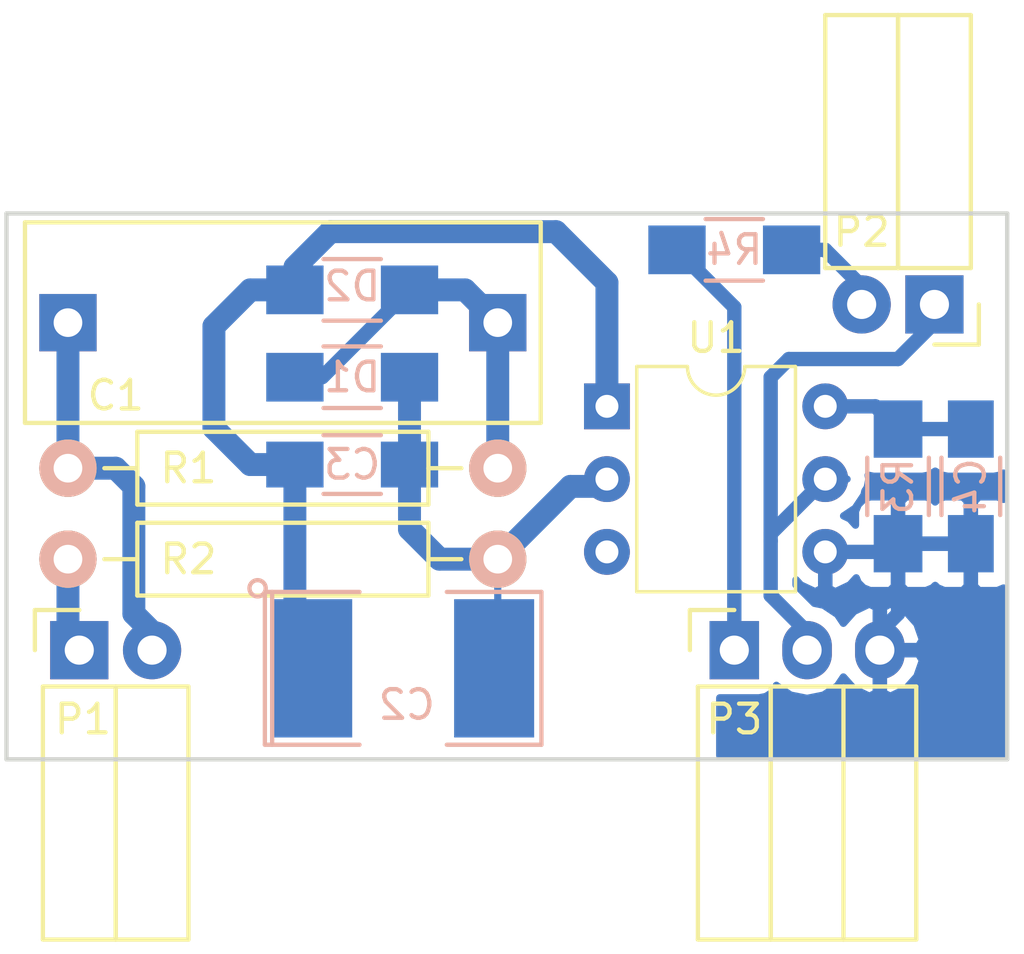
<source format=kicad_pcb>
(kicad_pcb (version 4) (host pcbnew 4.0.5)

  (general
    (links 22)
    (no_connects 0)
    (area 122.479999 90.729999 157.555001 109.930001)
    (thickness 1.6)
    (drawings 8)
    (tracks 64)
    (zones 0)
    (modules 14)
    (nets 11)
  )

  (page A4)
  (layers
    (0 F.Cu signal)
    (31 B.Cu signal)
    (32 B.Adhes user)
    (33 F.Adhes user)
    (34 B.Paste user)
    (35 F.Paste user)
    (36 B.SilkS user)
    (37 F.SilkS user)
    (38 B.Mask user)
    (39 F.Mask user)
    (40 Dwgs.User user)
    (41 Cmts.User user)
    (42 Eco1.User user)
    (43 Eco2.User user)
    (44 Edge.Cuts user)
    (45 Margin user)
    (46 B.CrtYd user)
    (47 F.CrtYd user)
    (48 B.Fab user)
    (49 F.Fab user)
  )

  (setup
    (last_trace_width 0.5)
    (user_trace_width 0.5)
    (user_trace_width 0.8)
    (user_trace_width 1)
    (trace_clearance 0.2)
    (zone_clearance 0.508)
    (zone_45_only no)
    (trace_min 0.2)
    (segment_width 0.2)
    (edge_width 0.15)
    (via_size 0.6)
    (via_drill 0.4)
    (via_min_size 0.4)
    (via_min_drill 0.3)
    (uvia_size 0.3)
    (uvia_drill 0.1)
    (uvias_allowed no)
    (uvia_min_size 0.2)
    (uvia_min_drill 0.1)
    (pcb_text_width 0.3)
    (pcb_text_size 1.5 1.5)
    (mod_edge_width 0.15)
    (mod_text_size 1 1)
    (mod_text_width 0.15)
    (pad_size 2 2)
    (pad_drill 1)
    (pad_to_mask_clearance 0.2)
    (aux_axis_origin 0 0)
    (visible_elements 7FFFFFFF)
    (pcbplotparams
      (layerselection 0x00030_80000001)
      (usegerberextensions false)
      (excludeedgelayer true)
      (linewidth 0.100000)
      (plotframeref false)
      (viasonmask false)
      (mode 1)
      (useauxorigin false)
      (hpglpennumber 1)
      (hpglpenspeed 20)
      (hpglpendiameter 15)
      (hpglpenoverlay 2)
      (psnegative false)
      (psa4output false)
      (plotreference true)
      (plotvalue true)
      (plotinvisibletext false)
      (padsonsilk false)
      (subtractmaskfromsilk false)
      (outputformat 1)
      (mirror false)
      (drillshape 1)
      (scaleselection 1)
      (outputdirectory ""))
  )

  (net 0 "")
  (net 1 "Net-(C1-Pad1)")
  (net 2 "Net-(C1-Pad2)")
  (net 3 "Net-(C2-Pad2)")
  (net 4 "Net-(C2-Pad1)")
  (net 5 "Net-(C4-Pad1)")
  (net 6 "Net-(C4-Pad2)")
  (net 7 "Net-(P1-Pad2)")
  (net 8 "Net-(P2-Pad1)")
  (net 9 "Net-(P2-Pad2)")
  (net 10 "Net-(P3-Pad1)")

  (net_class Default "Это класс цепей по умолчанию."
    (clearance 0.2)
    (trace_width 0.25)
    (via_dia 0.6)
    (via_drill 0.4)
    (uvia_dia 0.3)
    (uvia_drill 0.1)
    (add_net "Net-(C1-Pad1)")
    (add_net "Net-(C1-Pad2)")
    (add_net "Net-(C2-Pad1)")
    (add_net "Net-(C2-Pad2)")
    (add_net "Net-(C4-Pad1)")
    (add_net "Net-(C4-Pad2)")
    (add_net "Net-(P1-Pad2)")
    (add_net "Net-(P2-Pad1)")
    (add_net "Net-(P2-Pad2)")
    (add_net "Net-(P3-Pad1)")
  )

  (module Capacitors_THT:C_Rect_L18_W7_P15 (layer F.Cu) (tedit 588E4DB0) (tstamp 58727D62)
    (at 139.7 94.615 180)
    (descr "Film Capacitor Length 18mm x Width 7mm, Pitch 15mm")
    (tags Capacitor)
    (path /587226CD)
    (fp_text reference C1 (at 13.335 -2.54 180) (layer F.SilkS)
      (effects (font (size 1 1) (thickness 0.15)))
    )
    (fp_text value 0.15uF (at 13.97 2.54 180) (layer F.Fab)
      (effects (font (size 1 1) (thickness 0.15)))
    )
    (fp_line (start -1.75 -3.75) (end 16.75 -3.75) (layer F.CrtYd) (width 0.05))
    (fp_line (start 16.75 -3.75) (end 16.75 3.75) (layer F.CrtYd) (width 0.05))
    (fp_line (start 16.75 3.75) (end -1.75 3.75) (layer F.CrtYd) (width 0.05))
    (fp_line (start -1.75 3.75) (end -1.75 -3.75) (layer F.CrtYd) (width 0.05))
    (fp_line (start -1.5 -3.5) (end 16.5 -3.5) (layer F.SilkS) (width 0.15))
    (fp_line (start 16.5 -3.5) (end 16.5 3.5) (layer F.SilkS) (width 0.15))
    (fp_line (start 16.5 3.5) (end -1.5 3.5) (layer F.SilkS) (width 0.15))
    (fp_line (start -1.5 3.5) (end -1.5 -3.5) (layer F.SilkS) (width 0.15))
    (pad 1 thru_hole rect (at 0 0 180) (size 2 2) (drill 1) (layers *.Cu *.Mask)
      (net 1 "Net-(C1-Pad1)"))
    (pad 2 thru_hole rect (at 15 0 180) (size 2 2) (drill 1) (layers *.Cu *.Mask)
      (net 2 "Net-(C1-Pad2)"))
  )

  (module SMD_Packages:SMD-2112_Pol (layer B.Cu) (tedit 588E4E12) (tstamp 58727D68)
    (at 136.398 106.68)
    (path /58722854)
    (attr smd)
    (fp_text reference C2 (at 0.127 1.27) (layer B.SilkS)
      (effects (font (size 1 1) (thickness 0.15)) (justify mirror))
    )
    (fp_text value 10,0 (at 0.127 -1.27) (layer B.Fab) hide
      (effects (font (size 1 1) (thickness 0.15)) (justify mirror))
    )
    (fp_circle (center -5.08 -2.794) (end -4.826 -2.667) (layer B.SilkS) (width 0.15))
    (fp_line (start -4.572 2.667) (end -4.572 -2.667) (layer B.SilkS) (width 0.15))
    (fp_line (start -4.826 2.667) (end -4.826 -2.667) (layer B.SilkS) (width 0.15))
    (fp_line (start -1.524 -2.667) (end -4.826 -2.667) (layer B.SilkS) (width 0.15))
    (fp_line (start -1.524 2.667) (end -4.826 2.667) (layer B.SilkS) (width 0.15))
    (fp_line (start 1.524 2.667) (end 4.826 2.667) (layer B.SilkS) (width 0.15))
    (fp_line (start 4.826 2.667) (end 4.826 -2.667) (layer B.SilkS) (width 0.15))
    (fp_line (start 4.826 -2.667) (end 1.524 -2.667) (layer B.SilkS) (width 0.15))
    (pad 2 smd rect (at 3.175 0) (size 2.794 4.826) (layers B.Cu B.Paste B.Mask)
      (net 3 "Net-(C2-Pad2)"))
    (pad 1 smd rect (at -3.175 0) (size 2.794 4.826) (layers B.Cu B.Paste B.Mask)
      (net 4 "Net-(C2-Pad1)"))
    (model SMD_Packages.3dshapes/SMD-2112_Pol.wrl
      (at (xyz 0 0 0))
      (scale (xyz 0.3 0.4 0.4))
      (rotate (xyz 0 0 0))
    )
  )

  (module Capacitors_SMD:C_1206_HandSoldering (layer B.Cu) (tedit 588E4E23) (tstamp 58727D6E)
    (at 134.62 99.568)
    (descr "Capacitor SMD 1206, hand soldering")
    (tags "capacitor 1206")
    (path /587228A9)
    (attr smd)
    (fp_text reference C3 (at 0 0) (layer B.SilkS)
      (effects (font (size 1 1) (thickness 0.15)) (justify mirror))
    )
    (fp_text value 0,1 (at 3.175 0.762) (layer B.Fab) hide
      (effects (font (size 1 1) (thickness 0.15)) (justify mirror))
    )
    (fp_line (start -1.6 -0.8) (end -1.6 0.8) (layer B.Fab) (width 0.15))
    (fp_line (start 1.6 -0.8) (end -1.6 -0.8) (layer B.Fab) (width 0.15))
    (fp_line (start 1.6 0.8) (end 1.6 -0.8) (layer B.Fab) (width 0.15))
    (fp_line (start -1.6 0.8) (end 1.6 0.8) (layer B.Fab) (width 0.15))
    (fp_line (start -3.3 1.15) (end 3.3 1.15) (layer B.CrtYd) (width 0.05))
    (fp_line (start -3.3 -1.15) (end 3.3 -1.15) (layer B.CrtYd) (width 0.05))
    (fp_line (start -3.3 1.15) (end -3.3 -1.15) (layer B.CrtYd) (width 0.05))
    (fp_line (start 3.3 1.15) (end 3.3 -1.15) (layer B.CrtYd) (width 0.05))
    (fp_line (start 1 1.025) (end -1 1.025) (layer B.SilkS) (width 0.15))
    (fp_line (start -1 -1.025) (end 1 -1.025) (layer B.SilkS) (width 0.15))
    (pad 1 smd rect (at -2 0) (size 2 1.6) (layers B.Cu B.Paste B.Mask)
      (net 4 "Net-(C2-Pad1)"))
    (pad 2 smd rect (at 2 0) (size 2 1.6) (layers B.Cu B.Paste B.Mask)
      (net 3 "Net-(C2-Pad2)"))
    (model Capacitors_SMD.3dshapes/C_1206_HandSoldering.wrl
      (at (xyz 0 0 0))
      (scale (xyz 1 1 1))
      (rotate (xyz 0 0 0))
    )
  )

  (module Capacitors_SMD:C_1206_HandSoldering (layer B.Cu) (tedit 5872C7E4) (tstamp 58727D74)
    (at 156.21 100.33 270)
    (descr "Capacitor SMD 1206, hand soldering")
    (tags "capacitor 1206")
    (path /587232CE)
    (attr smd)
    (fp_text reference C4 (at 0 0 270) (layer B.SilkS)
      (effects (font (size 1 1) (thickness 0.15)) (justify mirror))
    )
    (fp_text value 100pf (at 5.715 0 270) (layer B.Fab) hide
      (effects (font (size 1 1) (thickness 0.15)) (justify mirror))
    )
    (fp_line (start -1.6 -0.8) (end -1.6 0.8) (layer B.Fab) (width 0.15))
    (fp_line (start 1.6 -0.8) (end -1.6 -0.8) (layer B.Fab) (width 0.15))
    (fp_line (start 1.6 0.8) (end 1.6 -0.8) (layer B.Fab) (width 0.15))
    (fp_line (start -1.6 0.8) (end 1.6 0.8) (layer B.Fab) (width 0.15))
    (fp_line (start -3.3 1.15) (end 3.3 1.15) (layer B.CrtYd) (width 0.05))
    (fp_line (start -3.3 -1.15) (end 3.3 -1.15) (layer B.CrtYd) (width 0.05))
    (fp_line (start -3.3 1.15) (end -3.3 -1.15) (layer B.CrtYd) (width 0.05))
    (fp_line (start 3.3 1.15) (end 3.3 -1.15) (layer B.CrtYd) (width 0.05))
    (fp_line (start 1 1.025) (end -1 1.025) (layer B.SilkS) (width 0.15))
    (fp_line (start -1 -1.025) (end 1 -1.025) (layer B.SilkS) (width 0.15))
    (pad 1 smd rect (at -2 0 270) (size 2 1.6) (layers B.Cu B.Paste B.Mask)
      (net 5 "Net-(C4-Pad1)"))
    (pad 2 smd rect (at 2 0 270) (size 2 1.6) (layers B.Cu B.Paste B.Mask)
      (net 6 "Net-(C4-Pad2)"))
    (model Capacitors_SMD.3dshapes/C_1206_HandSoldering.wrl
      (at (xyz 0 0 0))
      (scale (xyz 1 1 1))
      (rotate (xyz 0 0 0))
    )
  )

  (module Socket_Strips:Socket_Strip_Angled_1x02 (layer F.Cu) (tedit 5872C6F6) (tstamp 58727D86)
    (at 125.095 106.045)
    (descr "Through hole socket strip")
    (tags "socket strip")
    (path /58722A38)
    (fp_text reference P1 (at 0.127 2.413) (layer F.SilkS)
      (effects (font (size 1 1) (thickness 0.15)))
    )
    (fp_text value In (at 2.667 2.413) (layer F.Fab)
      (effects (font (size 1 1) (thickness 0.15)))
    )
    (fp_line (start -1.75 -1.5) (end -1.75 10.6) (layer F.CrtYd) (width 0.05))
    (fp_line (start 4.3 -1.5) (end 4.3 10.6) (layer F.CrtYd) (width 0.05))
    (fp_line (start -1.75 -1.5) (end 4.3 -1.5) (layer F.CrtYd) (width 0.05))
    (fp_line (start -1.75 10.6) (end 4.3 10.6) (layer F.CrtYd) (width 0.05))
    (fp_line (start 3.81 10.1) (end 3.81 1.27) (layer F.SilkS) (width 0.15))
    (fp_line (start 1.27 10.1) (end 3.81 10.1) (layer F.SilkS) (width 0.15))
    (fp_line (start 1.27 1.27) (end 1.27 10.1) (layer F.SilkS) (width 0.15))
    (fp_line (start 1.27 1.27) (end 3.81 1.27) (layer F.SilkS) (width 0.15))
    (fp_line (start -1.27 1.27) (end 1.27 1.27) (layer F.SilkS) (width 0.15))
    (fp_line (start 0 -1.4) (end -1.55 -1.4) (layer F.SilkS) (width 0.15))
    (fp_line (start -1.55 -1.4) (end -1.55 0) (layer F.SilkS) (width 0.15))
    (fp_line (start -1.27 1.27) (end -1.27 10.1) (layer F.SilkS) (width 0.15))
    (fp_line (start -1.27 10.1) (end 1.27 10.1) (layer F.SilkS) (width 0.15))
    (fp_line (start 1.27 10.1) (end 1.27 1.27) (layer F.SilkS) (width 0.15))
    (pad 1 thru_hole rect (at 0 0) (size 2.032 2.032) (drill 1.016) (layers *.Cu *.Mask)
      (net 7 "Net-(P1-Pad2)"))
    (pad 2 thru_hole oval (at 2.54 0) (size 2.032 2.032) (drill 1.016) (layers *.Cu *.Mask)
      (net 2 "Net-(C1-Pad2)"))
    (model Socket_Strips.3dshapes/Socket_Strip_Angled_1x02.wrl
      (at (xyz 0.05 0 0))
      (scale (xyz 1 1 1))
      (rotate (xyz 0 0 180))
    )
  )

  (module Socket_Strips:Socket_Strip_Angled_1x02 (layer F.Cu) (tedit 5872C530) (tstamp 58727D8C)
    (at 154.94 93.98 180)
    (descr "Through hole socket strip")
    (tags "socket strip")
    (path /58722BF7)
    (fp_text reference P2 (at 2.54 2.54 180) (layer F.SilkS)
      (effects (font (size 1 1) (thickness 0.15)))
    )
    (fp_text value Led (at 0 2.54 180) (layer F.Fab)
      (effects (font (size 1 1) (thickness 0.15)))
    )
    (fp_line (start -1.75 -1.5) (end -1.75 10.6) (layer F.CrtYd) (width 0.05))
    (fp_line (start 4.3 -1.5) (end 4.3 10.6) (layer F.CrtYd) (width 0.05))
    (fp_line (start -1.75 -1.5) (end 4.3 -1.5) (layer F.CrtYd) (width 0.05))
    (fp_line (start -1.75 10.6) (end 4.3 10.6) (layer F.CrtYd) (width 0.05))
    (fp_line (start 3.81 10.1) (end 3.81 1.27) (layer F.SilkS) (width 0.15))
    (fp_line (start 1.27 10.1) (end 3.81 10.1) (layer F.SilkS) (width 0.15))
    (fp_line (start 1.27 1.27) (end 1.27 10.1) (layer F.SilkS) (width 0.15))
    (fp_line (start 1.27 1.27) (end 3.81 1.27) (layer F.SilkS) (width 0.15))
    (fp_line (start -1.27 1.27) (end 1.27 1.27) (layer F.SilkS) (width 0.15))
    (fp_line (start 0 -1.4) (end -1.55 -1.4) (layer F.SilkS) (width 0.15))
    (fp_line (start -1.55 -1.4) (end -1.55 0) (layer F.SilkS) (width 0.15))
    (fp_line (start -1.27 1.27) (end -1.27 10.1) (layer F.SilkS) (width 0.15))
    (fp_line (start -1.27 10.1) (end 1.27 10.1) (layer F.SilkS) (width 0.15))
    (fp_line (start 1.27 10.1) (end 1.27 1.27) (layer F.SilkS) (width 0.15))
    (pad 1 thru_hole rect (at 0 0 180) (size 2.032 2.032) (drill 1.016) (layers *.Cu *.Mask)
      (net 8 "Net-(P2-Pad1)"))
    (pad 2 thru_hole oval (at 2.54 0 180) (size 2.032 2.032) (drill 1.016) (layers *.Cu *.Mask)
      (net 9 "Net-(P2-Pad2)"))
    (model Socket_Strips.3dshapes/Socket_Strip_Angled_1x02.wrl
      (at (xyz 0.05 0 0))
      (scale (xyz 1 1 1))
      (rotate (xyz 0 0 180))
    )
  )

  (module Socket_Strips:Socket_Strip_Angled_1x03 (layer F.Cu) (tedit 5872C3B9) (tstamp 58727D93)
    (at 147.955 106.045)
    (descr "Through hole socket strip")
    (tags "socket strip")
    (path /58722B6A)
    (fp_text reference P3 (at 0 2.413) (layer F.SilkS)
      (effects (font (size 1 1) (thickness 0.15)))
    )
    (fp_text value Out (at 2.54 2.413) (layer F.Fab)
      (effects (font (size 1 1) (thickness 0.15)))
    )
    (fp_line (start -1.75 -1.5) (end -1.75 10.6) (layer F.CrtYd) (width 0.05))
    (fp_line (start 6.85 -1.5) (end 6.85 10.6) (layer F.CrtYd) (width 0.05))
    (fp_line (start -1.75 -1.5) (end 6.85 -1.5) (layer F.CrtYd) (width 0.05))
    (fp_line (start -1.75 10.6) (end 6.85 10.6) (layer F.CrtYd) (width 0.05))
    (fp_line (start 3.81 1.27) (end 6.35 1.27) (layer F.SilkS) (width 0.15))
    (fp_line (start 3.81 10.1) (end 6.35 10.1) (layer F.SilkS) (width 0.15))
    (fp_line (start 6.35 10.1) (end 6.35 1.27) (layer F.SilkS) (width 0.15))
    (fp_line (start 3.81 10.1) (end 3.81 1.27) (layer F.SilkS) (width 0.15))
    (fp_line (start 1.27 10.1) (end 3.81 10.1) (layer F.SilkS) (width 0.15))
    (fp_line (start 1.27 1.27) (end 1.27 10.1) (layer F.SilkS) (width 0.15))
    (fp_line (start 1.27 1.27) (end 3.81 1.27) (layer F.SilkS) (width 0.15))
    (fp_line (start -1.27 1.27) (end 1.27 1.27) (layer F.SilkS) (width 0.15))
    (fp_line (start 0 -1.4) (end -1.55 -1.4) (layer F.SilkS) (width 0.15))
    (fp_line (start -1.55 -1.4) (end -1.55 0) (layer F.SilkS) (width 0.15))
    (fp_line (start -1.27 1.27) (end -1.27 10.1) (layer F.SilkS) (width 0.15))
    (fp_line (start -1.27 10.1) (end 1.27 10.1) (layer F.SilkS) (width 0.15))
    (fp_line (start 1.27 10.1) (end 1.27 1.27) (layer F.SilkS) (width 0.15))
    (pad 1 thru_hole rect (at 0 0) (size 1.7272 2.032) (drill 1.016) (layers *.Cu *.Mask)
      (net 10 "Net-(P3-Pad1)"))
    (pad 2 thru_hole oval (at 2.54 0) (size 1.7272 2.032) (drill 1.016) (layers *.Cu *.Mask)
      (net 8 "Net-(P2-Pad1)"))
    (pad 3 thru_hole oval (at 5.08 0) (size 1.7272 2.032) (drill 1.016) (layers *.Cu *.Mask)
      (net 6 "Net-(C4-Pad2)"))
    (model Socket_Strips.3dshapes/Socket_Strip_Angled_1x03.wrl
      (at (xyz 0.1 0 0))
      (scale (xyz 1 1 1))
      (rotate (xyz 0 0 180))
    )
  )

  (module Resistors_THT:Resistor_Horizontal_RM15mm (layer F.Cu) (tedit 588E4E2B) (tstamp 58727D99)
    (at 139.7 99.695 180)
    (descr "Resistor, Axial, RM 15mm,")
    (tags "Resistor Axial RM 15mm")
    (path /58722739)
    (fp_text reference R1 (at 10.795 0 180) (layer F.SilkS)
      (effects (font (size 1 1) (thickness 0.15)))
    )
    (fp_text value 3m (at 8.255 0 180) (layer F.Fab) hide
      (effects (font (size 1 1) (thickness 0.15)))
    )
    (fp_line (start -1.25 1.5) (end -1.25 -1.5) (layer F.CrtYd) (width 0.05))
    (fp_line (start -1.25 -1.5) (end 16.25 -1.5) (layer F.CrtYd) (width 0.05))
    (fp_line (start 16.25 -1.5) (end 16.25 1.5) (layer F.CrtYd) (width 0.05))
    (fp_line (start 16.25 1.5) (end -1.25 1.5) (layer F.CrtYd) (width 0.05))
    (fp_line (start 2.42 -1.27) (end 2.42 1.27) (layer F.SilkS) (width 0.15))
    (fp_line (start 2.42 1.27) (end 12.58 1.27) (layer F.SilkS) (width 0.15))
    (fp_line (start 12.58 1.27) (end 12.58 -1.27) (layer F.SilkS) (width 0.15))
    (fp_line (start 12.58 -1.27) (end 2.42 -1.27) (layer F.SilkS) (width 0.15))
    (fp_line (start 13.73 0) (end 12.58 0) (layer F.SilkS) (width 0.15))
    (fp_line (start 1.27 0) (end 2.42 0) (layer F.SilkS) (width 0.15))
    (pad 1 thru_hole circle (at 0 0 180) (size 1.99898 1.99898) (drill 1.00076) (layers *.Cu *.SilkS *.Mask)
      (net 1 "Net-(C1-Pad1)"))
    (pad 2 thru_hole circle (at 15 0 180) (size 1.99898 1.99898) (drill 1.00076) (layers *.Cu *.SilkS *.Mask)
      (net 2 "Net-(C1-Pad2)"))
    (model Resistors_ThroughHole.3dshapes/Resistor_Horizontal_RM15mm.wrl
      (at (xyz 0.295 0 0))
      (scale (xyz 0.395 0.4 0.4))
      (rotate (xyz 0 0 0))
    )
  )

  (module Resistors_THT:Resistor_Horizontal_RM15mm (layer F.Cu) (tedit 588E4E09) (tstamp 58727D9F)
    (at 139.7 102.87 180)
    (descr "Resistor, Axial, RM 15mm,")
    (tags "Resistor Axial RM 15mm")
    (path /587226F8)
    (fp_text reference R2 (at 10.795 0 180) (layer F.SilkS)
      (effects (font (size 1 1) (thickness 0.15)))
    )
    (fp_text value "10k 1W" (at 6.35 0 180) (layer F.Fab) hide
      (effects (font (size 1 1) (thickness 0.15)))
    )
    (fp_line (start -1.25 1.5) (end -1.25 -1.5) (layer F.CrtYd) (width 0.05))
    (fp_line (start -1.25 -1.5) (end 16.25 -1.5) (layer F.CrtYd) (width 0.05))
    (fp_line (start 16.25 -1.5) (end 16.25 1.5) (layer F.CrtYd) (width 0.05))
    (fp_line (start 16.25 1.5) (end -1.25 1.5) (layer F.CrtYd) (width 0.05))
    (fp_line (start 2.42 -1.27) (end 2.42 1.27) (layer F.SilkS) (width 0.15))
    (fp_line (start 2.42 1.27) (end 12.58 1.27) (layer F.SilkS) (width 0.15))
    (fp_line (start 12.58 1.27) (end 12.58 -1.27) (layer F.SilkS) (width 0.15))
    (fp_line (start 12.58 -1.27) (end 2.42 -1.27) (layer F.SilkS) (width 0.15))
    (fp_line (start 13.73 0) (end 12.58 0) (layer F.SilkS) (width 0.15))
    (fp_line (start 1.27 0) (end 2.42 0) (layer F.SilkS) (width 0.15))
    (pad 1 thru_hole circle (at 0 0 180) (size 1.99898 1.99898) (drill 1.00076) (layers *.Cu *.SilkS *.Mask)
      (net 3 "Net-(C2-Pad2)"))
    (pad 2 thru_hole circle (at 15 0 180) (size 1.99898 1.99898) (drill 1.00076) (layers *.Cu *.SilkS *.Mask)
      (net 7 "Net-(P1-Pad2)"))
    (model Resistors_ThroughHole.3dshapes/Resistor_Horizontal_RM15mm.wrl
      (at (xyz 0.295 0 0))
      (scale (xyz 0.395 0.4 0.4))
      (rotate (xyz 0 0 0))
    )
  )

  (module Resistors_SMD:R_1206_HandSoldering (layer B.Cu) (tedit 588E4E49) (tstamp 58727DA5)
    (at 153.67 100.33 90)
    (descr "Resistor SMD 1206, hand soldering")
    (tags "resistor 1206")
    (path /587231B1)
    (attr smd)
    (fp_text reference R3 (at 0 0 90) (layer B.SilkS)
      (effects (font (size 1 1) (thickness 0.15)) (justify mirror))
    )
    (fp_text value 470k (at -5.08 0.635 90) (layer B.Fab) hide
      (effects (font (size 1 1) (thickness 0.15)) (justify mirror))
    )
    (fp_line (start -1.6 -0.8) (end -1.6 0.8) (layer B.Fab) (width 0.1))
    (fp_line (start 1.6 -0.8) (end -1.6 -0.8) (layer B.Fab) (width 0.1))
    (fp_line (start 1.6 0.8) (end 1.6 -0.8) (layer B.Fab) (width 0.1))
    (fp_line (start -1.6 0.8) (end 1.6 0.8) (layer B.Fab) (width 0.1))
    (fp_line (start -3.3 1.2) (end 3.3 1.2) (layer B.CrtYd) (width 0.05))
    (fp_line (start -3.3 -1.2) (end 3.3 -1.2) (layer B.CrtYd) (width 0.05))
    (fp_line (start -3.3 1.2) (end -3.3 -1.2) (layer B.CrtYd) (width 0.05))
    (fp_line (start 3.3 1.2) (end 3.3 -1.2) (layer B.CrtYd) (width 0.05))
    (fp_line (start 1 -1.075) (end -1 -1.075) (layer B.SilkS) (width 0.15))
    (fp_line (start -1 1.075) (end 1 1.075) (layer B.SilkS) (width 0.15))
    (pad 1 smd rect (at -2 0 90) (size 2 1.7) (layers B.Cu B.Paste B.Mask)
      (net 6 "Net-(C4-Pad2)"))
    (pad 2 smd rect (at 2 0 90) (size 2 1.7) (layers B.Cu B.Paste B.Mask)
      (net 5 "Net-(C4-Pad1)"))
    (model Resistors_SMD.3dshapes/R_1206_HandSoldering.wrl
      (at (xyz 0 0 0))
      (scale (xyz 1 1 1))
      (rotate (xyz 0 0 0))
    )
  )

  (module Resistors_SMD:R_1206_HandSoldering (layer B.Cu) (tedit 588E4E37) (tstamp 58727DAB)
    (at 147.955 92.075 180)
    (descr "Resistor SMD 1206, hand soldering")
    (tags "resistor 1206")
    (path /587229E1)
    (attr smd)
    (fp_text reference R4 (at 0 0 180) (layer B.SilkS)
      (effects (font (size 1 1) (thickness 0.15)) (justify mirror))
    )
    (fp_text value "4,7k (10ma) or 12k (2ma)" (at 0 2.54 180) (layer B.Fab) hide
      (effects (font (size 1 1) (thickness 0.15)) (justify mirror))
    )
    (fp_line (start -1.6 -0.8) (end -1.6 0.8) (layer B.Fab) (width 0.1))
    (fp_line (start 1.6 -0.8) (end -1.6 -0.8) (layer B.Fab) (width 0.1))
    (fp_line (start 1.6 0.8) (end 1.6 -0.8) (layer B.Fab) (width 0.1))
    (fp_line (start -1.6 0.8) (end 1.6 0.8) (layer B.Fab) (width 0.1))
    (fp_line (start -3.3 1.2) (end 3.3 1.2) (layer B.CrtYd) (width 0.05))
    (fp_line (start -3.3 -1.2) (end 3.3 -1.2) (layer B.CrtYd) (width 0.05))
    (fp_line (start -3.3 1.2) (end -3.3 -1.2) (layer B.CrtYd) (width 0.05))
    (fp_line (start 3.3 1.2) (end 3.3 -1.2) (layer B.CrtYd) (width 0.05))
    (fp_line (start 1 -1.075) (end -1 -1.075) (layer B.SilkS) (width 0.15))
    (fp_line (start -1 1.075) (end 1 1.075) (layer B.SilkS) (width 0.15))
    (pad 1 smd rect (at -2 0 180) (size 2 1.7) (layers B.Cu B.Paste B.Mask)
      (net 9 "Net-(P2-Pad2)"))
    (pad 2 smd rect (at 2 0 180) (size 2 1.7) (layers B.Cu B.Paste B.Mask)
      (net 10 "Net-(P3-Pad1)"))
    (model Resistors_SMD.3dshapes/R_1206_HandSoldering.wrl
      (at (xyz 0 0 0))
      (scale (xyz 1 1 1))
      (rotate (xyz 0 0 0))
    )
  )

  (module Housings_DIP:DIP-6_W7.62mm (layer F.Cu) (tedit 5872C3CE) (tstamp 58727DB5)
    (at 143.51 97.536)
    (descr "6-lead dip package, row spacing 7.62 mm (300 mils)")
    (tags "DIL DIP PDIP 2.54mm 7.62mm 300mil")
    (path /587228F9)
    (fp_text reference U1 (at 3.81 -2.39) (layer F.SilkS)
      (effects (font (size 1 1) (thickness 0.15)))
    )
    (fp_text value 4N35 (at 3.81 4.064) (layer F.Fab)
      (effects (font (size 1 1) (thickness 0.15)))
    )
    (fp_arc (start 3.81 -1.39) (end 2.81 -1.39) (angle -180) (layer F.SilkS) (width 0.12))
    (fp_line (start 1.635 -1.27) (end 6.985 -1.27) (layer F.Fab) (width 0.1))
    (fp_line (start 6.985 -1.27) (end 6.985 6.35) (layer F.Fab) (width 0.1))
    (fp_line (start 6.985 6.35) (end 0.635 6.35) (layer F.Fab) (width 0.1))
    (fp_line (start 0.635 6.35) (end 0.635 -0.27) (layer F.Fab) (width 0.1))
    (fp_line (start 0.635 -0.27) (end 1.635 -1.27) (layer F.Fab) (width 0.1))
    (fp_line (start 2.81 -1.39) (end 1.04 -1.39) (layer F.SilkS) (width 0.12))
    (fp_line (start 1.04 -1.39) (end 1.04 6.47) (layer F.SilkS) (width 0.12))
    (fp_line (start 1.04 6.47) (end 6.58 6.47) (layer F.SilkS) (width 0.12))
    (fp_line (start 6.58 6.47) (end 6.58 -1.39) (layer F.SilkS) (width 0.12))
    (fp_line (start 6.58 -1.39) (end 4.81 -1.39) (layer F.SilkS) (width 0.12))
    (fp_line (start -1.1 -1.6) (end -1.1 6.6) (layer F.CrtYd) (width 0.05))
    (fp_line (start -1.1 6.6) (end 8.7 6.6) (layer F.CrtYd) (width 0.05))
    (fp_line (start 8.7 6.6) (end 8.7 -1.6) (layer F.CrtYd) (width 0.05))
    (fp_line (start 8.7 -1.6) (end -1.1 -1.6) (layer F.CrtYd) (width 0.05))
    (pad 1 thru_hole rect (at 0 0) (size 1.6 1.6) (drill 0.8) (layers *.Cu *.Mask)
      (net 4 "Net-(C2-Pad1)"))
    (pad 4 thru_hole oval (at 7.62 5.08) (size 1.6 1.6) (drill 0.8) (layers *.Cu *.Mask)
      (net 6 "Net-(C4-Pad2)"))
    (pad 2 thru_hole oval (at 0 2.54) (size 1.6 1.6) (drill 0.8) (layers *.Cu *.Mask)
      (net 3 "Net-(C2-Pad2)"))
    (pad 5 thru_hole oval (at 7.62 2.54) (size 1.6 1.6) (drill 0.8) (layers *.Cu *.Mask)
      (net 8 "Net-(P2-Pad1)"))
    (pad 3 thru_hole oval (at 0 5.08) (size 1.6 1.6) (drill 0.8) (layers *.Cu *.Mask))
    (pad 6 thru_hole oval (at 7.62 0) (size 1.6 1.6) (drill 0.8) (layers *.Cu *.Mask)
      (net 5 "Net-(C4-Pad1)"))
    (model Housings_DIP.3dshapes/DIP-6_W7.62mm.wrl
      (at (xyz 0 0 0))
      (scale (xyz 1 1 1))
      (rotate (xyz 0 0 0))
    )
  )

  (module Resistors_SMD:R_1206_HandSoldering (layer B.Cu) (tedit 588E4DDF) (tstamp 58727D80)
    (at 134.62 93.472)
    (descr "Resistor SMD 1206, hand soldering")
    (tags "resistor 1206")
    (path /58722803)
    (attr smd)
    (fp_text reference D2 (at 0 -0.127) (layer B.SilkS)
      (effects (font (size 1 1) (thickness 0.15)) (justify mirror))
    )
    (fp_text value 4448 (at -5.08 -0.127) (layer B.Fab)
      (effects (font (size 1 1) (thickness 0.15)) (justify mirror))
    )
    (fp_line (start -1.6 -0.8) (end -1.6 0.8) (layer B.Fab) (width 0.1))
    (fp_line (start 1.6 -0.8) (end -1.6 -0.8) (layer B.Fab) (width 0.1))
    (fp_line (start 1.6 0.8) (end 1.6 -0.8) (layer B.Fab) (width 0.1))
    (fp_line (start -1.6 0.8) (end 1.6 0.8) (layer B.Fab) (width 0.1))
    (fp_line (start -3.3 1.2) (end 3.3 1.2) (layer B.CrtYd) (width 0.05))
    (fp_line (start -3.3 -1.2) (end 3.3 -1.2) (layer B.CrtYd) (width 0.05))
    (fp_line (start -3.3 1.2) (end -3.3 -1.2) (layer B.CrtYd) (width 0.05))
    (fp_line (start 3.3 1.2) (end 3.3 -1.2) (layer B.CrtYd) (width 0.05))
    (fp_line (start 1 -1.075) (end -1 -1.075) (layer B.SilkS) (width 0.15))
    (fp_line (start -1 1.075) (end 1 1.075) (layer B.SilkS) (width 0.15))
    (pad 1 smd rect (at -2 0) (size 2 1.7) (layers B.Cu B.Paste B.Mask)
      (net 4 "Net-(C2-Pad1)"))
    (pad 2 smd rect (at 2 0) (size 2 1.7) (layers B.Cu B.Paste B.Mask)
      (net 1 "Net-(C1-Pad1)"))
    (model Resistors_SMD.3dshapes/R_1206_HandSoldering.wrl
      (at (xyz 0 0 0))
      (scale (xyz 1 1 1))
      (rotate (xyz 0 0 0))
    )
  )

  (module Resistors_SMD:R_1206_HandSoldering (layer B.Cu) (tedit 588E4DDB) (tstamp 58727D7A)
    (at 134.62 96.52)
    (descr "Resistor SMD 1206, hand soldering")
    (tags "resistor 1206")
    (path /587227B8)
    (attr smd)
    (fp_text reference D1 (at 0 0) (layer B.SilkS)
      (effects (font (size 1 1) (thickness 0.15)) (justify mirror))
    )
    (fp_text value 4448 (at -5.08 0) (layer B.Fab)
      (effects (font (size 1 1) (thickness 0.15)) (justify mirror))
    )
    (fp_line (start -1.6 -0.8) (end -1.6 0.8) (layer B.Fab) (width 0.1))
    (fp_line (start 1.6 -0.8) (end -1.6 -0.8) (layer B.Fab) (width 0.1))
    (fp_line (start 1.6 0.8) (end 1.6 -0.8) (layer B.Fab) (width 0.1))
    (fp_line (start -1.6 0.8) (end 1.6 0.8) (layer B.Fab) (width 0.1))
    (fp_line (start -3.3 1.2) (end 3.3 1.2) (layer B.CrtYd) (width 0.05))
    (fp_line (start -3.3 -1.2) (end 3.3 -1.2) (layer B.CrtYd) (width 0.05))
    (fp_line (start -3.3 1.2) (end -3.3 -1.2) (layer B.CrtYd) (width 0.05))
    (fp_line (start 3.3 1.2) (end 3.3 -1.2) (layer B.CrtYd) (width 0.05))
    (fp_line (start 1 -1.075) (end -1 -1.075) (layer B.SilkS) (width 0.15))
    (fp_line (start -1 1.075) (end 1 1.075) (layer B.SilkS) (width 0.15))
    (pad 1 smd rect (at -2 0) (size 2 1.7) (layers B.Cu B.Paste B.Mask)
      (net 1 "Net-(C1-Pad1)"))
    (pad 2 smd rect (at 2 0) (size 2 1.7) (layers B.Cu B.Paste B.Mask)
      (net 3 "Net-(C2-Pad2)"))
    (model Resistors_SMD.3dshapes/R_1206_HandSoldering.wrl
      (at (xyz 0 0 0))
      (scale (xyz 1 1 1))
      (rotate (xyz 0 0 0))
    )
  )

  (gr_line (start 157.48 109.855) (end 122.555 109.855) (angle 90) (layer Edge.Cuts) (width 0.15))
  (gr_line (start 157.48 90.805) (end 157.48 109.855) (angle 90) (layer Edge.Cuts) (width 0.15))
  (gr_line (start 122.555 90.805) (end 157.48 90.805) (angle 90) (layer Edge.Cuts) (width 0.15))
  (gr_line (start 122.555 109.855) (end 122.555 90.805) (angle 90) (layer Edge.Cuts) (width 0.15))
  (gr_line (start 122.428 110.236) (end 122.428 90.424) (angle 90) (layer Margin) (width 0.2))
  (gr_line (start 157.988 110.236) (end 122.428 110.236) (angle 90) (layer Margin) (width 0.2))
  (gr_line (start 157.988 90.424) (end 157.988 110.236) (angle 90) (layer Margin) (width 0.2))
  (gr_line (start 122.428 90.424) (end 157.988 90.424) (angle 90) (layer Margin) (width 0.2))

  (segment (start 132.62 96.52) (end 133.572 96.52) (width 0.25) (layer B.Cu) (net 1))
  (segment (start 133.572 96.52) (end 136.62 93.472) (width 0.5) (layer B.Cu) (net 1) (tstamp 587F35B5))
  (segment (start 136.62 93.472) (end 138.557 93.472) (width 0.8) (layer B.Cu) (net 1))
  (segment (start 138.557 93.472) (end 139.7 94.615) (width 0.8) (layer B.Cu) (net 1) (tstamp 587F3542))
  (segment (start 139.7 99.06) (end 139.7 99.695) (width 0.25) (layer B.Cu) (net 1) (tstamp 587F12A0))
  (segment (start 139.7 99.695) (end 139.7 94.615) (width 0.8) (layer B.Cu) (net 1))
  (segment (start 127.635 106.045) (end 127.635 105.41) (width 0.25) (layer B.Cu) (net 2))
  (segment (start 127.635 105.41) (end 127 104.775) (width 0.8) (layer B.Cu) (net 2) (tstamp 5872C716))
  (segment (start 126.365 99.695) (end 124.7 99.695) (width 0.8) (layer B.Cu) (net 2) (tstamp 5872C71E))
  (segment (start 127 100.33) (end 126.365 99.695) (width 0.8) (layer B.Cu) (net 2) (tstamp 5872C71C))
  (segment (start 127 104.775) (end 127 100.33) (width 0.8) (layer B.Cu) (net 2) (tstamp 5872C717))
  (segment (start 124.7 99.695) (end 124.7 94.615) (width 0.8) (layer B.Cu) (net 2))
  (segment (start 136.62 99.568) (end 136.62 101.822) (width 0.8) (layer B.Cu) (net 3))
  (segment (start 137.668 102.87) (end 139.7 102.87) (width 0.8) (layer B.Cu) (net 3) (tstamp 587F35F7))
  (segment (start 136.62 101.822) (end 137.668 102.87) (width 0.8) (layer B.Cu) (net 3) (tstamp 587F35F5))
  (segment (start 139.7 102.87) (end 139.7 106.553) (width 0.25) (layer B.Cu) (net 3))
  (segment (start 139.7 106.553) (end 139.573 106.68) (width 0.25) (layer B.Cu) (net 3) (tstamp 587F35F2))
  (segment (start 136.62 96.52) (end 136.62 99.568) (width 0.8) (layer B.Cu) (net 3))
  (segment (start 139.7 106.553) (end 139.319 106.934) (width 0.25) (layer B.Cu) (net 3) (tstamp 587F11F1))
  (segment (start 139.7 102.87) (end 142.24 100.33) (width 0.8) (layer B.Cu) (net 3))
  (segment (start 142.24 100.33) (end 143.256 100.33) (width 0.8) (layer B.Cu) (net 3) (tstamp 5872C637))
  (segment (start 143.256 100.33) (end 143.51 100.076) (width 0.25) (layer B.Cu) (net 3) (tstamp 5872C639))
  (segment (start 132.62 99.568) (end 132.62 106.077) (width 0.8) (layer B.Cu) (net 4))
  (segment (start 132.62 106.077) (end 133.223 106.68) (width 0.25) (layer B.Cu) (net 4) (tstamp 587F35FB))
  (segment (start 132.62 99.568) (end 131.064 99.568) (width 0.8) (layer B.Cu) (net 4))
  (segment (start 131.064 93.472) (end 132.62 93.472) (width 0.8) (layer B.Cu) (net 4) (tstamp 587F35B1))
  (segment (start 129.794 94.742) (end 131.064 93.472) (width 0.8) (layer B.Cu) (net 4) (tstamp 587F35AD))
  (segment (start 129.794 98.298) (end 129.794 94.742) (width 0.8) (layer B.Cu) (net 4) (tstamp 587F35AB))
  (segment (start 131.064 99.568) (end 129.794 98.298) (width 0.8) (layer B.Cu) (net 4) (tstamp 587F35A8))
  (segment (start 132.62 93.472) (end 132.62 92.678) (width 0.25) (layer B.Cu) (net 4))
  (segment (start 132.62 92.678) (end 133.858 91.44) (width 0.8) (layer B.Cu) (net 4) (tstamp 587F352C))
  (segment (start 133.858 91.44) (end 141.732 91.44) (width 0.8) (layer B.Cu) (net 4) (tstamp 587F352D))
  (segment (start 141.732 91.44) (end 143.51 93.218) (width 0.8) (layer B.Cu) (net 4) (tstamp 587F3532))
  (segment (start 143.51 93.218) (end 143.51 97.536) (width 0.8) (layer B.Cu) (net 4) (tstamp 587F3534))
  (segment (start 151.13 97.536) (end 152.876 97.536) (width 0.5) (layer B.Cu) (net 5))
  (segment (start 152.876 97.536) (end 153.67 98.33) (width 0.5) (layer B.Cu) (net 5) (tstamp 5872C66F))
  (segment (start 153.67 98.33) (end 156.21 98.33) (width 0.5) (layer B.Cu) (net 5) (tstamp 5872C671))
  (segment (start 151.13 102.616) (end 153.384 102.616) (width 0.5) (layer B.Cu) (net 6))
  (segment (start 153.384 102.616) (end 153.67 102.33) (width 0.25) (layer B.Cu) (net 6) (tstamp 5872C666))
  (segment (start 153.035 106.045) (end 153.035 105.41) (width 0.25) (layer B.Cu) (net 6))
  (segment (start 153.035 105.41) (end 153.67 104.775) (width 0.5) (layer B.Cu) (net 6) (tstamp 5872C660))
  (segment (start 153.67 104.775) (end 153.67 102.33) (width 0.5) (layer B.Cu) (net 6) (tstamp 5872C663))
  (segment (start 156.21 102.33) (end 153.67 102.33) (width 0.5) (layer B.Cu) (net 6))
  (segment (start 124.7 102.87) (end 124.7 105.65) (width 0.8) (layer B.Cu) (net 7))
  (segment (start 124.7 105.65) (end 125.095 106.045) (width 0.25) (layer B.Cu) (net 7) (tstamp 5872C713))
  (segment (start 125.095 106.045) (end 124.46 106.045) (width 0.25) (layer B.Cu) (net 7))
  (segment (start 124.7 102.87) (end 125.095 102.87) (width 0.25) (layer B.Cu) (net 7))
  (segment (start 154.94 93.98) (end 154.94 94.615) (width 0.25) (layer B.Cu) (net 8))
  (segment (start 154.94 94.615) (end 153.67 95.885) (width 0.5) (layer B.Cu) (net 8) (tstamp 5872C68B))
  (segment (start 153.67 95.885) (end 149.86 95.885) (width 0.5) (layer B.Cu) (net 8) (tstamp 5872C68E))
  (segment (start 149.86 95.885) (end 149.225 96.52) (width 0.5) (layer B.Cu) (net 8) (tstamp 5872C691))
  (segment (start 149.225 96.52) (end 149.225 102.235) (width 0.5) (layer B.Cu) (net 8) (tstamp 5872C692))
  (segment (start 150.495 106.045) (end 150.495 105.41) (width 0.25) (layer B.Cu) (net 8))
  (segment (start 150.495 105.41) (end 149.225 104.14) (width 0.5) (layer B.Cu) (net 8) (tstamp 5872C674))
  (segment (start 149.225 104.14) (end 149.225 102.235) (width 0.5) (layer B.Cu) (net 8) (tstamp 5872C676))
  (segment (start 149.225 102.235) (end 149.225 101.981) (width 0.25) (layer B.Cu) (net 8) (tstamp 5872C696))
  (segment (start 149.225 101.981) (end 151.13 100.076) (width 0.5) (layer B.Cu) (net 8) (tstamp 5872C67B))
  (segment (start 151.13 100.076) (end 151.892 100.076) (width 0.25) (layer B.Cu) (net 8))
  (segment (start 149.86 106.172) (end 149.86 105.918) (width 0.25) (layer B.Cu) (net 8))
  (segment (start 152.4 93.98) (end 152.4 93.345) (width 0.25) (layer B.Cu) (net 9))
  (segment (start 152.4 93.345) (end 151.13 92.075) (width 0.5) (layer B.Cu) (net 9) (tstamp 5872C77E))
  (segment (start 151.13 92.075) (end 149.955 92.075) (width 0.5) (layer B.Cu) (net 9) (tstamp 5872C77F))
  (segment (start 147.955 106.045) (end 147.955 94.075) (width 0.5) (layer B.Cu) (net 10))
  (segment (start 147.955 94.075) (end 145.955 92.075) (width 0.5) (layer B.Cu) (net 10) (tstamp 5872C783))

  (zone (net 6) (net_name "Net-(C4-Pad2)") (layer B.Cu) (tstamp 588E4D07) (hatch edge 0.508)
    (connect_pads (clearance 0.508))
    (min_thickness 0.254)
    (fill yes (arc_segments 16) (thermal_gap 0.508) (thermal_bridge_width 0.508))
    (polygon
      (pts
        (xy 157.48 90.805) (xy 157.48 109.855) (xy 147.32 109.855) (xy 147.32 90.805)
      )
    )
    (filled_polygon
      (pts
        (xy 155.15811 99.926431) (xy 155.41 99.97744) (xy 157.01 99.97744) (xy 157.245317 99.933162) (xy 157.353 99.86387)
        (xy 157.353 100.784756) (xy 157.13631 100.695) (xy 156.49575 100.695) (xy 156.337 100.85375) (xy 156.337 102.203)
        (xy 156.357 102.203) (xy 156.357 102.457) (xy 156.337 102.457) (xy 156.337 103.80625) (xy 156.49575 103.965)
        (xy 157.13631 103.965) (xy 157.353 103.875244) (xy 157.353 109.728) (xy 147.447 109.728) (xy 147.447 107.70844)
        (xy 148.8186 107.70844) (xy 149.053917 107.664162) (xy 149.270041 107.52509) (xy 149.415031 107.31289) (xy 149.4234 107.271561)
        (xy 149.43533 107.289415) (xy 149.921511 107.614271) (xy 150.495 107.728345) (xy 151.068489 107.614271) (xy 151.55467 107.289415)
        (xy 151.761461 106.979931) (xy 152.132964 107.395732) (xy 152.660209 107.649709) (xy 152.675974 107.652358) (xy 152.908 107.531217)
        (xy 152.908 106.172) (xy 153.162 106.172) (xy 153.162 107.531217) (xy 153.394026 107.652358) (xy 153.409791 107.649709)
        (xy 153.937036 107.395732) (xy 154.326954 106.95932) (xy 154.520184 106.406913) (xy 154.375924 106.172) (xy 153.162 106.172)
        (xy 152.908 106.172) (xy 152.888 106.172) (xy 152.888 105.918) (xy 152.908 105.918) (xy 152.908 104.558783)
        (xy 153.162 104.558783) (xy 153.162 105.918) (xy 154.375924 105.918) (xy 154.520184 105.683087) (xy 154.326954 105.13068)
        (xy 153.937036 104.694268) (xy 153.409791 104.440291) (xy 153.394026 104.437642) (xy 153.162 104.558783) (xy 152.908 104.558783)
        (xy 152.675974 104.437642) (xy 152.660209 104.440291) (xy 152.132964 104.694268) (xy 151.761461 105.110069) (xy 151.55467 104.800585)
        (xy 151.068489 104.475729) (xy 150.748698 104.412119) (xy 150.11 103.77342) (xy 150.11 103.586392) (xy 150.274866 103.768389)
        (xy 150.780959 104.007914) (xy 151.003 103.886629) (xy 151.003 102.743) (xy 150.983 102.743) (xy 150.983 102.489)
        (xy 151.003 102.489) (xy 151.003 102.469) (xy 151.257 102.469) (xy 151.257 102.489) (xy 151.277 102.489)
        (xy 151.277 102.743) (xy 151.257 102.743) (xy 151.257 103.886629) (xy 151.479041 104.007914) (xy 151.985134 103.768389)
        (xy 152.210993 103.519062) (xy 152.281673 103.689698) (xy 152.460301 103.868327) (xy 152.69369 103.965) (xy 153.38425 103.965)
        (xy 153.543 103.80625) (xy 153.543 102.457) (xy 153.797 102.457) (xy 153.797 103.80625) (xy 153.95575 103.965)
        (xy 154.64631 103.965) (xy 154.879699 103.868327) (xy 154.965 103.783026) (xy 155.050301 103.868327) (xy 155.28369 103.965)
        (xy 155.92425 103.965) (xy 156.083 103.80625) (xy 156.083 102.457) (xy 153.797 102.457) (xy 153.543 102.457)
        (xy 153.523 102.457) (xy 153.523 102.203) (xy 153.543 102.203) (xy 153.543 100.85375) (xy 153.797 100.85375)
        (xy 153.797 102.203) (xy 156.083 102.203) (xy 156.083 100.85375) (xy 155.92425 100.695) (xy 155.28369 100.695)
        (xy 155.050301 100.791673) (xy 154.965 100.876974) (xy 154.879699 100.791673) (xy 154.64631 100.695) (xy 153.95575 100.695)
        (xy 153.797 100.85375) (xy 153.543 100.85375) (xy 153.38425 100.695) (xy 152.69369 100.695) (xy 152.460301 100.791673)
        (xy 152.281673 100.970302) (xy 152.185 101.203691) (xy 152.185 101.684244) (xy 151.985134 101.463611) (xy 151.768297 101.360986)
        (xy 152.172811 101.090698) (xy 152.48388 100.625151) (xy 152.510301 100.492326) (xy 152.594148 100.366839) (xy 152.652 100.076)
        (xy 152.624521 99.937854) (xy 152.82 99.97744) (xy 154.52 99.97744) (xy 154.755317 99.933162) (xy 154.967826 99.796416)
      )
    )
  )
)

</source>
